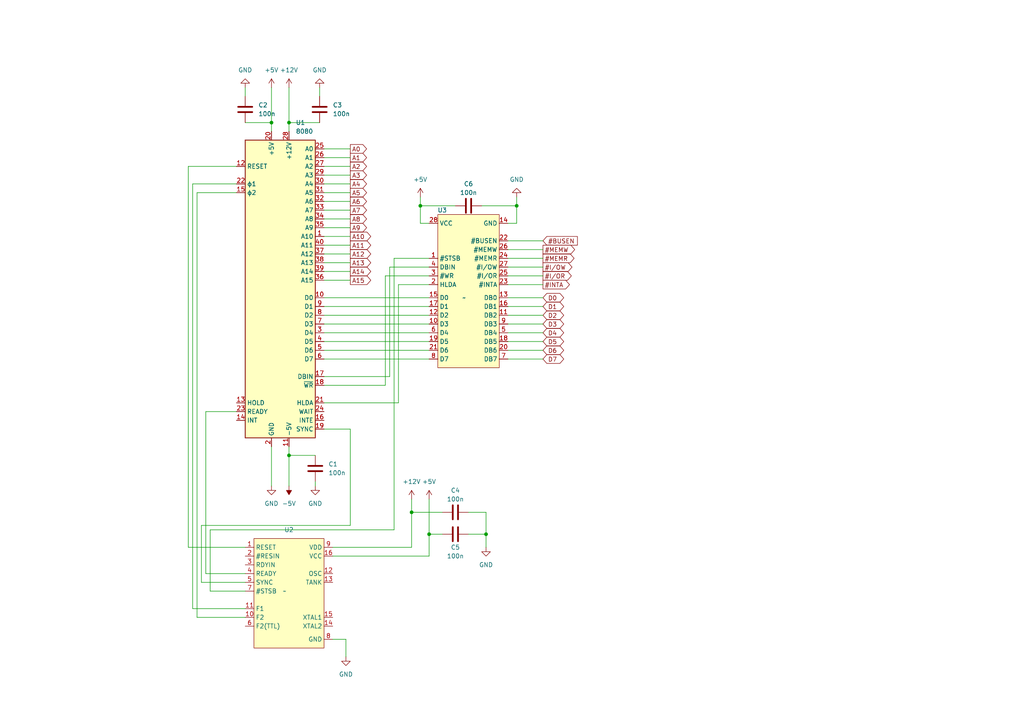
<source format=kicad_sch>
(kicad_sch (version 20230121) (generator eeschema)
  (paper "A4")
  (lib_symbols
    (symbol "Device:C" (pin_numbers hide) (pin_names (offset 0.254))
      (property "Reference" "C" (at 0.635 2.54 0))
      (property "Value" "C" (at 0.635 -2.54 0))
      (symbol "C_0_1"
        (polyline (pts (xy -2.032 -0.762) (xy 2.032 -0.762)) (stroke (width 0.508)))
        (polyline (pts (xy -2.032 0.762) (xy 2.032 0.762)) (stroke (width 0.508)))
      )
      (symbol "C_1_1"
        (pin passive line (at 0 3.81 270) (length 2.794) (name "~") (number "1"))
        (pin passive line (at 0 -3.81 90) (length 2.794) (name "~") (number "2"))
      )
    )
    (symbol "MCU_Intel:8080"
      (property "Reference" "U" (at -7.62 44.45 0))
      (property "Value" "8080" (at 7.62 44.45 0))
      (symbol "8080_0_1"
        (rectangle (start -10.16 43.18) (end 10.16 -43.18) (stroke (width 0.254)) (fill (type background)))
      )
      (symbol "8080_1_1"
        (pin output line (at 12.7 15.24 180) (length 2.54) (name "A10") (number "1"))
        (pin bidirectional line (at 12.7 -2.54 180) (length 2.54) (name "D0") (number "10"))
        (pin power_in line (at 2.54 -45.72 90) (length 2.54) (name "-5V") (number "11"))
        (pin input line (at -12.7 35.56 0) (length 2.54) (name "RESET") (number "12"))
        (pin input line (at -12.7 -33.02 0) (length 2.54) (name "HOLD") (number "13"))
        (pin input line (at -12.7 -38.1 0) (length 2.54) (name "INT") (number "14"))
        (pin input line (at -12.7 27.94 0) (length 2.54) (name "ϕ2") (number "15"))
        (pin output line (at 12.7 -38.1 180) (length 2.54) (name "INTE") (number "16"))
        (pin output line (at 12.7 -25.4 180) (length 2.54) (name "DBIN") (number "17"))
        (pin output line (at 12.7 -27.94 180) (length 2.54) (name "~{WR}") (number "18"))
        (pin output line (at 12.7 -40.64 180) (length 2.54) (name "SYNC") (number "19"))
        (pin power_in line (at -2.54 -45.72 90) (length 2.54) (name "GND") (number "2"))
        (pin power_in line (at -2.54 45.72 270) (length 2.54) (name "+5V") (number "20"))
        (pin output line (at 12.7 -33.02 180) (length 2.54) (name "HLDA") (number "21"))
        (pin input line (at -12.7 30.48 0) (length 2.54) (name "ϕ1") (number "22"))
        (pin input line (at -12.7 -35.56 0) (length 2.54) (name "READY") (number "23"))
        (pin output line (at 12.7 -35.56 180) (length 2.54) (name "WAIT") (number "24"))
        (pin output line (at 12.7 40.64 180) (length 2.54) (name "A0") (number "25"))
        (pin output line (at 12.7 38.1 180) (length 2.54) (name "A1") (number "26"))
        (pin output line (at 12.7 35.56 180) (length 2.54) (name "A2") (number "27"))
        (pin power_in line (at 2.54 45.72 270) (length 2.54) (name "+12V") (number "28"))
        (pin output line (at 12.7 33.02 180) (length 2.54) (name "A3") (number "29"))
        (pin bidirectional line (at 12.7 -12.7 180) (length 2.54) (name "D4") (number "3"))
        (pin output line (at 12.7 30.48 180) (length 2.54) (name "A4") (number "30"))
        (pin output line (at 12.7 27.94 180) (length 2.54) (name "A5") (number "31"))
        (pin output line (at 12.7 25.4 180) (length 2.54) (name "A6") (number "32"))
        (pin output line (at 12.7 22.86 180) (length 2.54) (name "A7") (number "33"))
        (pin output line (at 12.7 20.32 180) (length 2.54) (name "A8") (number "34"))
        (pin output line (at 12.7 17.78 180) (length 2.54) (name "A9") (number "35"))
        (pin output line (at 12.7 2.54 180) (length 2.54) (name "A15") (number "36"))
        (pin output line (at 12.7 10.16 180) (length 2.54) (name "A12") (number "37"))
        (pin output line (at 12.7 7.62 180) (length 2.54) (name "A13") (number "38"))
        (pin output line (at 12.7 5.08 180) (length 2.54) (name "A14") (number "39"))
        (pin bidirectional line (at 12.7 -15.24 180) (length 2.54) (name "D5") (number "4"))
        (pin output line (at 12.7 12.7 180) (length 2.54) (name "A11") (number "40"))
        (pin bidirectional line (at 12.7 -17.78 180) (length 2.54) (name "D6") (number "5"))
        (pin bidirectional line (at 12.7 -20.32 180) (length 2.54) (name "D7") (number "6"))
        (pin bidirectional line (at 12.7 -10.16 180) (length 2.54) (name "D3") (number "7"))
        (pin bidirectional line (at 12.7 -7.62 180) (length 2.54) (name "D2") (number "8"))
        (pin bidirectional line (at 12.7 -5.08 180) (length 2.54) (name "D1") (number "9"))
      )
    )
    (symbol "MCY7880_computer_lib:8224"
      (property "Reference" "U" (at -8.89 19.05 0))
      (symbol "8224_1_1"
        (rectangle (start -10.16 17.78) (end 10.16 -13.97) (fill (type background)))
        (pin output line (at -12.7 15.24 0) (length 2.54) (name "RESET") (number "1"))
        (pin output line (at -12.7 -5.08 0) (length 2.54) (name "F2") (number "10"))
        (pin output line (at -12.7 -2.54 0) (length 2.54) (name "F1") (number "11"))
        (pin output line (at 12.7 7.62 180) (length 2.54) (name "OSC") (number "12"))
        (pin input line (at 12.7 5.08 180) (length 2.54) (name "TANK") (number "13"))
        (pin input line (at 12.7 -7.62 180) (length 2.54) (name "XTAL2") (number "14"))
        (pin input line (at 12.7 -5.08 180) (length 2.54) (name "XTAL1") (number "15"))
        (pin power_in line (at 12.7 12.7 180) (length 2.54) (name "VCC") (number "16"))
        (pin input line (at -12.7 12.7 0) (length 2.54) (name "#RESIN") (number "2"))
        (pin input line (at -12.7 10.16 0) (length 2.54) (name "RDYIN") (number "3"))
        (pin output line (at -12.7 7.62 0) (length 2.54) (name "READY") (number "4"))
        (pin input line (at -12.7 5.08 0) (length 2.54) (name "SYNC") (number "5"))
        (pin output line (at -12.7 -7.62 0) (length 2.54) (name "F2(TTL)") (number "6"))
        (pin output line (at -12.7 2.54 0) (length 2.54) (name "#STSB") (number "7"))
        (pin power_in line (at 12.7 -11.43 180) (length 2.54) (name "GND") (number "8"))
        (pin power_in line (at 12.7 15.24 180) (length 2.54) (name "VDD") (number "9"))
      )
    )
    (symbol "MCY7880_computer_lib:8228"
      (property "Reference" "U" (at -7.62 22.86 0))
      (symbol "8228_1_1"
        (rectangle (start -8.89 21.59) (end 8.89 -22.86) (fill (type background)))
        (pin input line (at -11.43 8.89 0) (length 2.54) (name "#STSB") (number "1"))
        (pin input line (at -11.43 -10.16 0) (length 2.54) (name "D3") (number "10"))
        (pin output line (at 11.43 -7.62 180) (length 2.54) (name "DB2") (number "11"))
        (pin input line (at -11.43 -7.62 0) (length 2.54) (name "D2") (number "12"))
        (pin output line (at 11.43 -2.54 180) (length 2.54) (name "DB0") (number "13"))
        (pin power_in line (at 11.43 19.05 180) (length 2.54) (name "GND") (number "14"))
        (pin input line (at -11.43 -2.54 0) (length 2.54) (name "D0") (number "15"))
        (pin output line (at 11.43 -5.08 180) (length 2.54) (name "DB1") (number "16"))
        (pin input line (at -11.43 -5.08 0) (length 2.54) (name "D1") (number "17"))
        (pin output line (at 11.43 -15.24 180) (length 2.54) (name "DB5") (number "18"))
        (pin input line (at -11.43 -15.24 0) (length 2.54) (name "D5") (number "19"))
        (pin input line (at -11.43 1.27 0) (length 2.54) (name "HLDA") (number "2"))
        (pin output line (at 11.43 -17.78 180) (length 2.54) (name "DB6") (number "20"))
        (pin input line (at -11.43 -17.78 0) (length 2.54) (name "D6") (number "21"))
        (pin input line (at 11.43 13.97 180) (length 2.54) (name "#BUSEN") (number "22"))
        (pin output line (at 11.43 1.27 180) (length 2.54) (name "#INTA") (number "23"))
        (pin output line (at 11.43 8.89 180) (length 2.54) (name "#MEMR") (number "24"))
        (pin output line (at 11.43 3.81 180) (length 2.54) (name "#I/OR") (number "25"))
        (pin output line (at 11.43 11.43 180) (length 2.54) (name "#MEMW") (number "26"))
        (pin output line (at 11.43 6.35 180) (length 2.54) (name "#I/OW") (number "27"))
        (pin power_in line (at -11.43 19.05 0) (length 2.54) (name "VCC") (number "28"))
        (pin input line (at -11.43 3.81 0) (length 2.54) (name "#WR") (number "3"))
        (pin input line (at -11.43 6.35 0) (length 2.54) (name "DBIN") (number "4"))
        (pin output line (at 11.43 -12.7 180) (length 2.54) (name "DB4") (number "5"))
        (pin input line (at -11.43 -12.7 0) (length 2.54) (name "D4") (number "6"))
        (pin output line (at 11.43 -20.32 180) (length 2.54) (name "DB7") (number "7"))
        (pin input line (at -11.43 -20.32 0) (length 2.54) (name "D7") (number "8"))
        (pin output line (at 11.43 -10.16 180) (length 2.54) (name "DB3") (number "9"))
      )
    )
    (symbol "power:+12V" (power) (pin_names (offset 0))
      (property "Value" "+12V" (at 0 3.556 0))
      (symbol "+12V_0_1"
        (polyline (pts (xy -0.762 1.27) (xy 0 2.54)))
        (polyline (pts (xy 0 0) (xy 0 2.54)))
        (polyline (pts (xy 0 2.54) (xy 0.762 1.27)))
      )
      (symbol "+12V_1_1"
        (pin power_in line (at 0 0 90) (length 0) hide (name "+12V") (number "1"))
      )
    )
    (symbol "power:+5V" (power) (pin_names (offset 0))
      (property "Value" "+5V" (at 0 3.556 0))
      (symbol "+5V_0_1"
        (polyline (pts (xy -0.762 1.27) (xy 0 2.54)))
        (polyline (pts (xy 0 0) (xy 0 2.54)))
        (polyline (pts (xy 0 2.54) (xy 0.762 1.27)))
      )
      (symbol "+5V_1_1"
        (pin power_in line (at 0 0 90) (length 0) hide (name "+5V") (number "1"))
      )
    )
    (symbol "power:-5V" (power) (pin_names (offset 0))
      (property "Value" "-5V" (at 0 3.81 0))
      (symbol "-5V_0_0"
        (pin power_in line (at 0 0 90) (length 0) hide (name "-5V") (number "1"))
      )
      (symbol "-5V_0_1"
        (polyline (pts (xy 0 0) (xy 0 1.27) (xy 0.762 1.27) (xy 0 2.54) (xy -0.762 1.27) (xy 0 1.27)) (fill (type outline)))
      )
    )
    (symbol "power:GND" (power) (pin_names (offset 0))
      (property "Value" "GND" (at 0 -3.81 0))
      (symbol "GND_0_1"
        (polyline (pts (xy 0 0) (xy 0 -1.27) (xy 1.27 -1.27) (xy 0 -2.54) (xy -1.27 -1.27) (xy 0 -1.27)))
      )
      (symbol "GND_1_1"
        (pin power_in line (at 0 0 270) (length 0) hide (name "GND") (number "1"))
      )
    )
  )
  (junction (at 78.74 35.56))
  (junction (at 119.38 148.59))
  (junction (at 140.97 154.94))
  (junction (at 124.46 154.94))
  (junction (at 83.82 35.56))
  (junction (at 121.92 59.69))
  (junction (at 83.82 132.08))
  (junction (at 149.86 59.69))
  (wire (pts (xy 83.82 132.08) (xy 83.82 140.97)))
  (wire (pts (xy 60.96 153.67) (xy 60.96 171.45)))
  (wire (pts (xy 93.98 50.8) (xy 101.6 50.8)))
  (wire (pts (xy 147.32 80.01) (xy 157.48 80.01)))
  (wire (pts (xy 71.12 35.56) (xy 78.74 35.56)))
  (wire (pts (xy 78.74 25.4) (xy 78.74 35.56)))
  (wire (pts (xy 93.98 81.28) (xy 101.6 81.28)))
  (wire (pts (xy 55.88 53.34) (xy 55.88 176.53)))
  (wire (pts (xy 147.32 77.47) (xy 157.48 77.47)))
  (wire (pts (xy 147.32 104.14) (xy 157.48 104.14)))
  (wire (pts (xy 119.38 158.75) (xy 96.52 158.75)))
  (wire (pts (xy 140.97 148.59) (xy 135.89 148.59)))
  (wire (pts (xy 93.98 66.04) (xy 101.6 66.04)))
  (wire (pts (xy 78.74 35.56) (xy 78.74 38.1)))
  (wire (pts (xy 93.98 116.84) (xy 115.57 116.84)))
  (wire (pts (xy 124.46 144.78) (xy 124.46 154.94)))
  (wire (pts (xy 71.12 25.4) (xy 71.12 27.94)))
  (wire (pts (xy 60.96 171.45) (xy 71.12 171.45)))
  (wire (pts (xy 83.82 129.54) (xy 83.82 132.08)))
  (wire (pts (xy 59.69 166.37) (xy 59.69 119.38)))
  (wire (pts (xy 93.98 91.44) (xy 124.46 91.44)))
  (wire (pts (xy 147.32 64.77) (xy 149.86 64.77)))
  (wire (pts (xy 83.82 35.56) (xy 92.71 35.56)))
  (wire (pts (xy 93.98 88.9) (xy 124.46 88.9)))
  (wire (pts (xy 93.98 101.6) (xy 124.46 101.6)))
  (wire (pts (xy 147.32 101.6) (xy 157.48 101.6)))
  (wire (pts (xy 147.32 99.06) (xy 157.48 99.06)))
  (wire (pts (xy 58.42 152.4) (xy 58.42 168.91)))
  (wire (pts (xy 55.88 176.53) (xy 71.12 176.53)))
  (wire (pts (xy 101.6 152.4) (xy 58.42 152.4)))
  (wire (pts (xy 119.38 144.78) (xy 119.38 148.59)))
  (wire (pts (xy 93.98 58.42) (xy 101.6 58.42)))
  (wire (pts (xy 71.12 158.75) (xy 54.61 158.75)))
  (wire (pts (xy 93.98 43.18) (xy 101.6 43.18)))
  (wire (pts (xy 58.42 168.91) (xy 71.12 168.91)))
  (wire (pts (xy 100.33 185.42) (xy 100.33 190.5)))
  (wire (pts (xy 124.46 80.01) (xy 111.76 80.01)))
  (wire (pts (xy 121.92 59.69) (xy 121.92 57.15)))
  (wire (pts (xy 96.52 161.29) (xy 124.46 161.29)))
  (wire (pts (xy 114.3 74.93) (xy 124.46 74.93)))
  (wire (pts (xy 71.12 179.07) (xy 57.15 179.07)))
  (wire (pts (xy 140.97 154.94) (xy 140.97 148.59)))
  (wire (pts (xy 111.76 111.76) (xy 93.98 111.76)))
  (wire (pts (xy 147.32 74.93) (xy 157.48 74.93)))
  (wire (pts (xy 147.32 91.44) (xy 157.48 91.44)))
  (wire (pts (xy 93.98 68.58) (xy 101.6 68.58)))
  (wire (pts (xy 93.98 45.72) (xy 101.6 45.72)))
  (wire (pts (xy 93.98 93.98) (xy 124.46 93.98)))
  (wire (pts (xy 147.32 93.98) (xy 157.48 93.98)))
  (wire (pts (xy 113.03 77.47) (xy 113.03 109.22)))
  (wire (pts (xy 93.98 99.06) (xy 124.46 99.06)))
  (wire (pts (xy 147.32 72.39) (xy 157.48 72.39)))
  (wire (pts (xy 93.98 124.46) (xy 101.6 124.46)))
  (wire (pts (xy 57.15 55.88) (xy 68.58 55.88)))
  (wire (pts (xy 124.46 77.47) (xy 113.03 77.47)))
  (wire (pts (xy 124.46 154.94) (xy 124.46 161.29)))
  (wire (pts (xy 83.82 35.56) (xy 83.82 38.1)))
  (wire (pts (xy 93.98 60.96) (xy 101.6 60.96)))
  (wire (pts (xy 147.32 86.36) (xy 157.48 86.36)))
  (wire (pts (xy 147.32 69.85) (xy 157.48 69.85)))
  (wire (pts (xy 147.32 96.52) (xy 157.48 96.52)))
  (wire (pts (xy 91.44 139.7) (xy 91.44 140.97)))
  (wire (pts (xy 68.58 53.34) (xy 55.88 53.34)))
  (wire (pts (xy 119.38 148.59) (xy 119.38 158.75)))
  (wire (pts (xy 135.89 154.94) (xy 140.97 154.94)))
  (wire (pts (xy 71.12 166.37) (xy 59.69 166.37)))
  (wire (pts (xy 139.7 59.69) (xy 149.86 59.69)))
  (wire (pts (xy 113.03 109.22) (xy 93.98 109.22)))
  (wire (pts (xy 149.86 64.77) (xy 149.86 59.69)))
  (wire (pts (xy 93.98 96.52) (xy 124.46 96.52)))
  (wire (pts (xy 147.32 82.55) (xy 157.48 82.55)))
  (wire (pts (xy 101.6 124.46) (xy 101.6 152.4)))
  (wire (pts (xy 93.98 71.12) (xy 101.6 71.12)))
  (wire (pts (xy 115.57 82.55) (xy 124.46 82.55)))
  (wire (pts (xy 121.92 64.77) (xy 121.92 59.69)))
  (wire (pts (xy 57.15 179.07) (xy 57.15 55.88)))
  (wire (pts (xy 115.57 116.84) (xy 115.57 82.55)))
  (wire (pts (xy 92.71 25.4) (xy 92.71 27.94)))
  (wire (pts (xy 121.92 59.69) (xy 132.08 59.69)))
  (wire (pts (xy 93.98 104.14) (xy 124.46 104.14)))
  (wire (pts (xy 59.69 119.38) (xy 68.58 119.38)))
  (wire (pts (xy 147.32 88.9) (xy 157.48 88.9)))
  (wire (pts (xy 114.3 153.67) (xy 60.96 153.67)))
  (wire (pts (xy 93.98 48.26) (xy 101.6 48.26)))
  (wire (pts (xy 124.46 154.94) (xy 128.27 154.94)))
  (wire (pts (xy 93.98 55.88) (xy 101.6 55.88)))
  (wire (pts (xy 114.3 74.93) (xy 114.3 153.67)))
  (wire (pts (xy 119.38 148.59) (xy 128.27 148.59)))
  (wire (pts (xy 149.86 59.69) (xy 149.86 57.15)))
  (wire (pts (xy 83.82 132.08) (xy 91.44 132.08)))
  (wire (pts (xy 83.82 25.4) (xy 83.82 35.56)))
  (wire (pts (xy 93.98 78.74) (xy 101.6 78.74)))
  (wire (pts (xy 96.52 185.42) (xy 100.33 185.42)))
  (wire (pts (xy 93.98 53.34) (xy 101.6 53.34)))
  (wire (pts (xy 93.98 63.5) (xy 101.6 63.5)))
  (wire (pts (xy 78.74 129.54) (xy 78.74 140.97)))
  (wire (pts (xy 93.98 86.36) (xy 124.46 86.36)))
  (wire (pts (xy 54.61 48.26) (xy 68.58 48.26)))
  (wire (pts (xy 93.98 76.2) (xy 101.6 76.2)))
  (wire (pts (xy 124.46 64.77) (xy 121.92 64.77)))
  (wire (pts (xy 111.76 80.01) (xy 111.76 111.76)))
  (wire (pts (xy 54.61 158.75) (xy 54.61 48.26)))
  (wire (pts (xy 140.97 158.75) (xy 140.97 154.94)))
  (wire (pts (xy 93.98 73.66) (xy 101.6 73.66)))
  (global_label "A6" (shape output) (at 101.6 58.42 0) (property "Intersheetrefs" "${INTERSHEET_REFS}" (effects hide)))
  (global_label "A7" (shape output) (at 101.6 60.96 0) (property "Intersheetrefs" "${INTERSHEET_REFS}" (effects hide)))
  (global_label "A1" (shape output) (at 101.6 45.72 0) (property "Intersheetrefs" "${INTERSHEET_REFS}" (effects hide)))
  (global_label "A0" (shape output) (at 101.6 43.18 0) (property "Intersheetrefs" "${INTERSHEET_REFS}" (effects hide)))
  (global_label "A13" (shape output) (at 101.6 76.2 0) (property "Intersheetrefs" "${INTERSHEET_REFS}" (effects hide)))
  (global_label "A15" (shape output) (at 101.6 81.28 0) (property "Intersheetrefs" "${INTERSHEET_REFS}" (effects hide)))
  (global_label "D4" (shape bidirectional) (at 157.48 96.52 0) (property "Intersheetrefs" "${INTERSHEET_REFS}" (effects hide)))
  (global_label "D5" (shape bidirectional) (at 157.48 99.06 0) (property "Intersheetrefs" "${INTERSHEET_REFS}" (effects hide)))
  (global_label "A4" (shape output) (at 101.6 53.34 0) (property "Intersheetrefs" "${INTERSHEET_REFS}" (effects hide)))
  (global_label "A9" (shape output) (at 101.6 66.04 0) (property "Intersheetrefs" "${INTERSHEET_REFS}" (effects hide)))
  (global_label "A11" (shape output) (at 101.6 71.12 0) (property "Intersheetrefs" "${INTERSHEET_REFS}" (effects hide)))
  (global_label "A12" (shape output) (at 101.6 73.66 0) (property "Intersheetrefs" "${INTERSHEET_REFS}" (effects hide)))
  (global_label "A3" (shape output) (at 101.6 50.8 0) (property "Intersheetrefs" "${INTERSHEET_REFS}" (effects hide)))
  (global_label "D0" (shape bidirectional) (at 157.48 86.36 0) (property "Intersheetrefs" "${INTERSHEET_REFS}" (effects hide)))
  (global_label "A10" (shape output) (at 101.6 68.58 0) (property "Intersheetrefs" "${INTERSHEET_REFS}" (effects hide)))
  (global_label "D3" (shape bidirectional) (at 157.48 93.98 0) (property "Intersheetrefs" "${INTERSHEET_REFS}" (effects hide)))
  (global_label "#INTA" (shape output) (at 157.48 82.55 0) (property "Intersheetrefs" "${INTERSHEET_REFS}" (effects hide)))
  (global_label "A8" (shape output) (at 101.6 63.5 0) (property "Intersheetrefs" "${INTERSHEET_REFS}" (effects hide)))
  (global_label "D6" (shape bidirectional) (at 157.48 101.6 0) (property "Intersheetrefs" "${INTERSHEET_REFS}" (effects hide)))
  (global_label "#BUSEN" (shape input) (at 157.48 69.85 0) (property "Intersheetrefs" "${INTERSHEET_REFS}" (effects hide)))
  (global_label "D1" (shape bidirectional) (at 157.48 88.9 0) (property "Intersheetrefs" "${INTERSHEET_REFS}" (effects hide)))
  (global_label "D7" (shape bidirectional) (at 157.48 104.14 0) (property "Intersheetrefs" "${INTERSHEET_REFS}" (effects hide)))
  (global_label "A14" (shape output) (at 101.6 78.74 0) (property "Intersheetrefs" "${INTERSHEET_REFS}" (effects hide)))
  (global_label "#MEMR" (shape output) (at 157.48 74.93 0) (property "Intersheetrefs" "${INTERSHEET_REFS}" (effects hide)))
  (global_label "#I{slash}OW" (shape output) (at 157.48 77.47 0) (property "Intersheetrefs" "${INTERSHEET_REFS}" (effects hide)))
  (global_label "#I{slash}OR" (shape output) (at 157.48 80.01 0) (property "Intersheetrefs" "${INTERSHEET_REFS}" (effects hide)))
  (global_label "#MEMW" (shape output) (at 157.48 72.39 0) (property "Intersheetrefs" "${INTERSHEET_REFS}" (effects hide)))
  (global_label "D2" (shape bidirectional) (at 157.48 91.44 0) (property "Intersheetrefs" "${INTERSHEET_REFS}" (effects hide)))
  (global_label "A2" (shape output) (at 101.6 48.26 0) (property "Intersheetrefs" "${INTERSHEET_REFS}" (effects hide)))
  (global_label "A5" (shape output) (at 101.6 55.88 0) (property "Intersheetrefs" "${INTERSHEET_REFS}" (effects hide)))
  (symbol (lib_id "Device:C") (at 71.12 31.75 0) (unit 1)
    (property "Reference" "C2" (at 74.93 30.48 0) (effects (justify left)))
    (property "Value" "100n" (at 74.93 33.02 0) (effects (justify left)))
  )
  (symbol (lib_id "power:GND") (at 71.12 25.4 180) (unit 1)
    (property "Reference" "#PWR06" (effects hide))
    (property "Value" "GND" (at 71.12 20.32 0))
  )
  (symbol (lib_id "power:+12V") (at 83.82 25.4 0) (unit 1)
    (property "Reference" "#PWR01" (effects hide))
    (property "Value" "+12V" (at 83.82 20.32 0))
  )
  (symbol (lib_id "Device:C") (at 132.08 154.94 270) (unit 1)
    (property "Reference" "C5" (at 132.08 158.75 90))
    (property "Value" "100n" (at 132.08 161.29 90))
  )
  (symbol (lib_id "Device:C") (at 135.89 59.69 90) (unit 1)
    (property "Reference" "C6" (at 135.89 53.34 90))
    (property "Value" "100n" (at 135.89 55.88 90))
  )
  (symbol (lib_id "power:GND") (at 100.33 190.5 0) (unit 1)
    (property "Reference" "#PWR08" (effects hide))
    (property "Value" "GND" (at 100.33 195.58 0))
  )
  (symbol (lib_id "MCU_Intel:8080") (at 81.28 83.82 0) (unit 1)
    (property "Reference" "U1" (at 85.7759 35.56 0) (effects (justify left)))
    (property "Value" "8080" (at 85.7759 38.1 0) (effects (justify left)))
    (property "Footprint" "Package_DIP:DIP-40_W15.24mm" (effects hide))
    (property "Datasheet" "http://datasheets.chipdb.org/Intel/MCS-80/intel-8080.pdf" (effects hide))
  )
  (symbol (lib_id "power:GND") (at 91.44 140.97 0) (unit 1)
    (property "Reference" "#PWR05" (effects hide))
    (property "Value" "GND" (at 91.44 146.05 0))
  )
  (symbol (lib_id "power:+5V") (at 121.92 57.15 0) (unit 1)
    (property "Reference" "#PWR013" (effects hide))
    (property "Value" "+5V" (at 121.92 52.07 0))
  )
  (symbol (lib_id "power:GND") (at 140.97 158.75 0) (unit 1)
    (property "Reference" "#PWR011" (effects hide))
    (property "Value" "GND" (at 140.97 163.83 0))
  )
  (symbol (lib_id "power:GND") (at 149.86 57.15 180) (unit 1)
    (property "Reference" "#PWR012" (effects hide))
    (property "Value" "GND" (at 149.86 52.07 0))
  )
  (symbol (lib_id "power:+5V") (at 78.74 25.4 0) (unit 1)
    (property "Reference" "#PWR02" (effects hide))
    (property "Value" "+5V" (at 78.74 20.32 0))
  )
  (symbol (lib_id "MCY7880_computer_lib:8228") (at 135.89 83.82 0) (unit 1)
    (property "Reference" "U3" (at 128.27 60.96 0))
    (property "Value" "~" (at 134.62 86.36 0))
    (property "Footprint" "Package_DIP:DIP-28_W15.24mm_LongPads" (effects hide))
  )
  (symbol (lib_id "power:+5V") (at 124.46 144.78 0) (unit 1)
    (property "Reference" "#PWR010" (effects hide))
    (property "Value" "+5V" (at 124.46 139.7 0))
  )
  (symbol (lib_id "MCY7880_computer_lib:8224") (at 83.82 173.99 0) (unit 1)
    (property "Reference" "U2" (at 83.82 153.67 0))
    (property "Value" "~" (at 82.55 171.45 0))
    (property "Footprint" "Package_DIP:DIP-16_W7.62mm_LongPads" (effects hide))
  )
  (symbol (lib_id "Device:C") (at 91.44 135.89 0) (unit 1)
    (property "Reference" "C1" (at 95.25 134.62 0) (effects (justify left)))
    (property "Value" "100n" (at 95.25 137.16 0) (effects (justify left)))
  )
  (symbol (lib_id "power:GND") (at 92.71 25.4 180) (unit 1)
    (property "Reference" "#PWR07" (effects hide))
    (property "Value" "GND" (at 92.71 20.32 0))
  )
  (symbol (lib_id "Device:C") (at 132.08 148.59 90) (unit 1)
    (property "Reference" "C4" (at 132.08 142.24 90))
    (property "Value" "100n" (at 132.08 144.78 90))
  )
  (symbol (lib_id "power:-5V") (at 83.82 140.97 180) (unit 1)
    (property "Reference" "#PWR03" (effects hide))
    (property "Value" "-5V" (at 83.82 146.05 0))
  )
  (symbol (lib_id "Device:C") (at 92.71 31.75 0) (unit 1)
    (property "Reference" "C3" (at 96.52 30.48 0) (effects (justify left)))
    (property "Value" "100n" (at 96.52 33.02 0) (effects (justify left)))
  )
  (symbol (lib_id "power:GND") (at 78.74 140.97 0) (unit 1)
    (property "Reference" "#PWR04" (effects hide))
    (property "Value" "GND" (at 78.74 146.05 0))
  )
  (symbol (lib_id "power:+12V") (at 119.38 144.78 0) (unit 1)
    (property "Reference" "#PWR09" (effects hide))
    (property "Value" "+12V" (at 119.38 139.7 0))
  )
)
</source>
